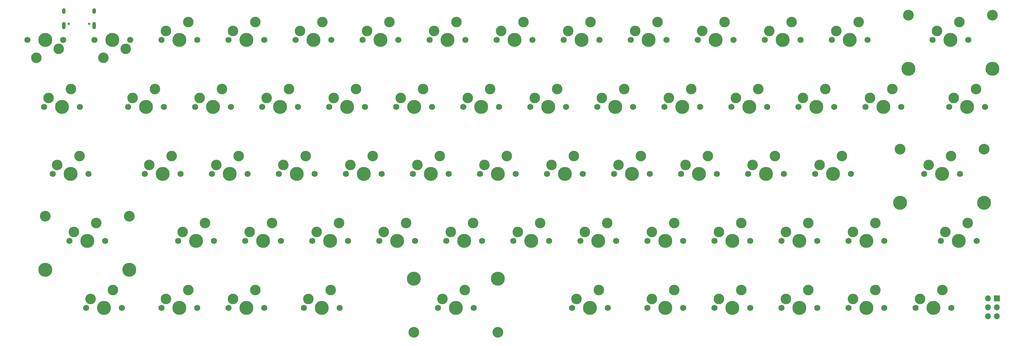
<source format=gbr>
G04 #@! TF.GenerationSoftware,KiCad,Pcbnew,(6.0.10)*
G04 #@! TF.CreationDate,2023-01-02T02:40:23+11:00*
G04 #@! TF.ProjectId,exp60,65787036-302e-46b6-9963-61645f706362,rev?*
G04 #@! TF.SameCoordinates,Original*
G04 #@! TF.FileFunction,Soldermask,Top*
G04 #@! TF.FilePolarity,Negative*
%FSLAX46Y46*%
G04 Gerber Fmt 4.6, Leading zero omitted, Abs format (unit mm)*
G04 Created by KiCad (PCBNEW (6.0.10)) date 2023-01-02 02:40:23*
%MOMM*%
%LPD*%
G01*
G04 APERTURE LIST*
%ADD10C,1.750000*%
%ADD11C,3.000000*%
%ADD12C,3.987800*%
%ADD13C,3.048000*%
%ADD14R,1.700000X1.700000*%
%ADD15O,1.700000X1.700000*%
%ADD16C,0.650000*%
%ADD17O,1.000000X2.100000*%
%ADD18O,1.000000X1.600000*%
G04 APERTURE END LIST*
D10*
X133160000Y-112205000D03*
D11*
X130620000Y-107125000D03*
D12*
X128080000Y-112205000D03*
D11*
X124270000Y-109665000D03*
D10*
X123000000Y-112205000D03*
D12*
X151892500Y-131255000D03*
D11*
X154432500Y-126175000D03*
D10*
X156972500Y-131255000D03*
X146812500Y-131255000D03*
D11*
X148082500Y-128715000D03*
D10*
X176022500Y-131255000D03*
D12*
X170942500Y-131255000D03*
D11*
X167132500Y-128715000D03*
D10*
X165862500Y-131255000D03*
D11*
X173482500Y-126175000D03*
D10*
X340328750Y-131255000D03*
D11*
X331438750Y-128715000D03*
D13*
X347186750Y-124270000D03*
D12*
X323310750Y-139510000D03*
D10*
X330168750Y-131255000D03*
D13*
X323310750Y-124270000D03*
D12*
X347186750Y-139510000D03*
X335248750Y-131255000D03*
D11*
X337788750Y-126175000D03*
D12*
X275717500Y-169355000D03*
D11*
X271907500Y-166815000D03*
D10*
X270637500Y-169355000D03*
D11*
X278257500Y-164275000D03*
D10*
X280797500Y-169355000D03*
D11*
X183007500Y-145225000D03*
D10*
X185547500Y-150305000D03*
X175387500Y-150305000D03*
D12*
X180467500Y-150305000D03*
D11*
X176657500Y-147765000D03*
D10*
X147447500Y-150305000D03*
D11*
X144907500Y-145225000D03*
D10*
X137287500Y-150305000D03*
D11*
X138557500Y-147765000D03*
D12*
X142367500Y-150305000D03*
D10*
X132525000Y-93155000D03*
X142685000Y-93155000D03*
D11*
X140145000Y-88075000D03*
X133795000Y-90615000D03*
D12*
X137605000Y-93155000D03*
D11*
X155226250Y-166815000D03*
D12*
X159036250Y-169355000D03*
D10*
X164116250Y-169355000D03*
D11*
X161576250Y-164275000D03*
D10*
X153956250Y-169355000D03*
D11*
X342551250Y-145225000D03*
D12*
X340011250Y-150305000D03*
D11*
X336201250Y-147765000D03*
D10*
X345091250Y-150305000D03*
X334931250Y-150305000D03*
X218250000Y-112205000D03*
D11*
X219520000Y-109665000D03*
D12*
X223330000Y-112205000D03*
D10*
X228410000Y-112205000D03*
D11*
X225870000Y-107125000D03*
D12*
X337630000Y-93155000D03*
D10*
X342710000Y-93155000D03*
D13*
X349568000Y-86170000D03*
X325692000Y-86170000D03*
D12*
X325692000Y-101410000D03*
D11*
X333820000Y-90615000D03*
D10*
X332550000Y-93155000D03*
D12*
X349568000Y-101410000D03*
D11*
X340170000Y-88075000D03*
D10*
X202216250Y-169355000D03*
D11*
X199676250Y-164275000D03*
D12*
X197136250Y-169355000D03*
D11*
X193326250Y-166815000D03*
D13*
X185198250Y-176340000D03*
D10*
X192056250Y-169355000D03*
D13*
X209074250Y-176340000D03*
D12*
X185198250Y-161100000D03*
X209074250Y-161100000D03*
D11*
X306832500Y-126175000D03*
D10*
X299212500Y-131255000D03*
D12*
X304292500Y-131255000D03*
D11*
X300482500Y-128715000D03*
D10*
X309372500Y-131255000D03*
D11*
X235395000Y-88075000D03*
D10*
X227775000Y-93155000D03*
X237935000Y-93155000D03*
D11*
X229045000Y-90615000D03*
D12*
X232855000Y-93155000D03*
X235236250Y-169355000D03*
D10*
X230156250Y-169355000D03*
X240316250Y-169355000D03*
D11*
X237776250Y-164275000D03*
X231426250Y-166815000D03*
X88551250Y-147765000D03*
D13*
X80423250Y-143320000D03*
D10*
X87281250Y-150305000D03*
D12*
X104299250Y-158560000D03*
X92361250Y-150305000D03*
D10*
X97441250Y-150305000D03*
D11*
X94901250Y-145225000D03*
D12*
X80423250Y-158560000D03*
D13*
X104299250Y-143320000D03*
D12*
X99505000Y-93155000D03*
D10*
X104585000Y-93155000D03*
D11*
X96965000Y-98235000D03*
X103315000Y-95695000D03*
D10*
X94425000Y-93155000D03*
D11*
X109982500Y-128715000D03*
D10*
X108712500Y-131255000D03*
D11*
X116332500Y-126175000D03*
D12*
X113792500Y-131255000D03*
D10*
X118872500Y-131255000D03*
D11*
X81407500Y-109665000D03*
D10*
X80137500Y-112205000D03*
X90297500Y-112205000D03*
D12*
X85217500Y-112205000D03*
D11*
X87757500Y-107125000D03*
D12*
X118555000Y-169355000D03*
D10*
X123635000Y-169355000D03*
X113475000Y-169355000D03*
D11*
X121095000Y-164275000D03*
X114745000Y-166815000D03*
X159195000Y-88075000D03*
X152845000Y-90615000D03*
D12*
X156655000Y-93155000D03*
D10*
X161735000Y-93155000D03*
X151575000Y-93155000D03*
D11*
X99663750Y-164275000D03*
D10*
X92043750Y-169355000D03*
D12*
X97123750Y-169355000D03*
D11*
X93313750Y-166815000D03*
D10*
X102203750Y-169355000D03*
X171260000Y-112205000D03*
D11*
X168720000Y-107125000D03*
D12*
X166180000Y-112205000D03*
D11*
X162370000Y-109665000D03*
D10*
X161100000Y-112205000D03*
D11*
X286195000Y-90615000D03*
D10*
X295085000Y-93155000D03*
X284925000Y-93155000D03*
D11*
X292545000Y-88075000D03*
D12*
X290005000Y-93155000D03*
D11*
X244920000Y-107125000D03*
D12*
X242380000Y-112205000D03*
D10*
X247460000Y-112205000D03*
D11*
X238570000Y-109665000D03*
D10*
X237300000Y-112205000D03*
X204597500Y-150305000D03*
D11*
X195707500Y-147765000D03*
D10*
X194437500Y-150305000D03*
D12*
X199517500Y-150305000D03*
D11*
X202057500Y-145225000D03*
X271907500Y-147765000D03*
X278257500Y-145225000D03*
D10*
X270637500Y-150305000D03*
X280797500Y-150305000D03*
D12*
X275717500Y-150305000D03*
D10*
X304610000Y-112205000D03*
D11*
X295720000Y-109665000D03*
D10*
X294450000Y-112205000D03*
D12*
X299530000Y-112205000D03*
D11*
X302070000Y-107125000D03*
D10*
X289687500Y-150305000D03*
D12*
X294767500Y-150305000D03*
D10*
X299847500Y-150305000D03*
D11*
X290957500Y-147765000D03*
X297307500Y-145225000D03*
X140145000Y-164275000D03*
D10*
X142685000Y-169355000D03*
X132525000Y-169355000D03*
D12*
X137605000Y-169355000D03*
D11*
X133795000Y-166815000D03*
X338582500Y-109665000D03*
D10*
X337312500Y-112205000D03*
D11*
X344932500Y-107125000D03*
D10*
X347472500Y-112205000D03*
D12*
X342392500Y-112205000D03*
D11*
X254445000Y-88075000D03*
D12*
X251905000Y-93155000D03*
D11*
X248095000Y-90615000D03*
D10*
X256985000Y-93155000D03*
X246825000Y-93155000D03*
D11*
X268732500Y-126175000D03*
X262382500Y-128715000D03*
D10*
X261112500Y-131255000D03*
X271272500Y-131255000D03*
D12*
X266192500Y-131255000D03*
D11*
X267145000Y-90615000D03*
D10*
X265875000Y-93155000D03*
D12*
X270955000Y-93155000D03*
D11*
X273495000Y-88075000D03*
D10*
X276035000Y-93155000D03*
D11*
X287782500Y-126175000D03*
D10*
X280162500Y-131255000D03*
D12*
X285242500Y-131255000D03*
D11*
X281432500Y-128715000D03*
D10*
X290322500Y-131255000D03*
D11*
X305245000Y-90615000D03*
D12*
X309055000Y-93155000D03*
D10*
X314135000Y-93155000D03*
D11*
X311595000Y-88075000D03*
D10*
X303975000Y-93155000D03*
D12*
X132842500Y-131255000D03*
D11*
X129032500Y-128715000D03*
D10*
X137922500Y-131255000D03*
D11*
X135382500Y-126175000D03*
D10*
X127762500Y-131255000D03*
X114110000Y-112205000D03*
D11*
X111570000Y-107125000D03*
X105220000Y-109665000D03*
D12*
X109030000Y-112205000D03*
D10*
X103950000Y-112205000D03*
D11*
X276670000Y-109665000D03*
D12*
X280480000Y-112205000D03*
D11*
X283020000Y-107125000D03*
D10*
X275400000Y-112205000D03*
X285560000Y-112205000D03*
D11*
X178245000Y-88075000D03*
D12*
X175705000Y-93155000D03*
D10*
X180785000Y-93155000D03*
D11*
X171895000Y-90615000D03*
D10*
X170625000Y-93155000D03*
D11*
X252857500Y-147765000D03*
X259207500Y-145225000D03*
D12*
X256667500Y-150305000D03*
D10*
X251587500Y-150305000D03*
X261747500Y-150305000D03*
D11*
X214757500Y-147765000D03*
D12*
X218567500Y-150305000D03*
D11*
X221107500Y-145225000D03*
D10*
X213487500Y-150305000D03*
X223647500Y-150305000D03*
X318897500Y-150305000D03*
D11*
X316357500Y-145225000D03*
D10*
X308737500Y-150305000D03*
D12*
X313817500Y-150305000D03*
D11*
X310007500Y-147765000D03*
D10*
X261747500Y-169355000D03*
D11*
X252857500Y-166815000D03*
D12*
X256667500Y-169355000D03*
D10*
X251587500Y-169355000D03*
D11*
X259207500Y-164275000D03*
D10*
X118237500Y-150305000D03*
X128397500Y-150305000D03*
D11*
X119507500Y-147765000D03*
X125857500Y-145225000D03*
D12*
X123317500Y-150305000D03*
D11*
X121095000Y-88075000D03*
D10*
X113475000Y-93155000D03*
D11*
X114745000Y-90615000D03*
D10*
X123635000Y-93155000D03*
D12*
X118555000Y-93155000D03*
D11*
X290957500Y-166815000D03*
D10*
X299847500Y-169355000D03*
D11*
X297307500Y-164275000D03*
D10*
X289687500Y-169355000D03*
D12*
X294767500Y-169355000D03*
D10*
X82518750Y-131255000D03*
D11*
X90138750Y-126175000D03*
X83788750Y-128715000D03*
D12*
X87598750Y-131255000D03*
D10*
X92678750Y-131255000D03*
X323660000Y-112205000D03*
D12*
X318580000Y-112205000D03*
D11*
X314770000Y-109665000D03*
D10*
X313500000Y-112205000D03*
D11*
X321120000Y-107125000D03*
D12*
X204280000Y-112205000D03*
D11*
X206820000Y-107125000D03*
D10*
X209360000Y-112205000D03*
X199200000Y-112205000D03*
D11*
X200470000Y-109665000D03*
D10*
X337947500Y-169355000D03*
X327787500Y-169355000D03*
D12*
X332867500Y-169355000D03*
D11*
X335407500Y-164275000D03*
X329057500Y-166815000D03*
D10*
X203962500Y-131255000D03*
D11*
X205232500Y-128715000D03*
D10*
X214122500Y-131255000D03*
D11*
X211582500Y-126175000D03*
D12*
X209042500Y-131255000D03*
D10*
X85535000Y-93155000D03*
D11*
X77915000Y-98235000D03*
X84265000Y-95695000D03*
D10*
X75375000Y-93155000D03*
D12*
X80455000Y-93155000D03*
D11*
X216345000Y-88075000D03*
D12*
X213805000Y-93155000D03*
D10*
X208725000Y-93155000D03*
X218885000Y-93155000D03*
D11*
X209995000Y-90615000D03*
D10*
X232537500Y-150305000D03*
D12*
X237617500Y-150305000D03*
D11*
X233807500Y-147765000D03*
X240157500Y-145225000D03*
D10*
X242697500Y-150305000D03*
X195072500Y-131255000D03*
D12*
X189992500Y-131255000D03*
D11*
X192532500Y-126175000D03*
D10*
X184912500Y-131255000D03*
D11*
X186182500Y-128715000D03*
X316357500Y-164275000D03*
D10*
X308737500Y-169355000D03*
D11*
X310007500Y-166815000D03*
D10*
X318897500Y-169355000D03*
D12*
X313817500Y-169355000D03*
D10*
X142050000Y-112205000D03*
D11*
X143320000Y-109665000D03*
D10*
X152210000Y-112205000D03*
D12*
X147130000Y-112205000D03*
D11*
X149670000Y-107125000D03*
X243332500Y-128715000D03*
D10*
X242062500Y-131255000D03*
D11*
X249682500Y-126175000D03*
D12*
X247142500Y-131255000D03*
D10*
X252222500Y-131255000D03*
X199835000Y-93155000D03*
D12*
X194755000Y-93155000D03*
D11*
X190945000Y-90615000D03*
X197295000Y-88075000D03*
D10*
X189675000Y-93155000D03*
X190310000Y-112205000D03*
D11*
X187770000Y-107125000D03*
D12*
X185230000Y-112205000D03*
D11*
X181420000Y-109665000D03*
D10*
X180150000Y-112205000D03*
D12*
X228092500Y-131255000D03*
D11*
X230632500Y-126175000D03*
D10*
X233172500Y-131255000D03*
D11*
X224282500Y-128715000D03*
D10*
X223012500Y-131255000D03*
X256350000Y-112205000D03*
X266510000Y-112205000D03*
D12*
X261430000Y-112205000D03*
D11*
X257620000Y-109665000D03*
X263970000Y-107125000D03*
X163957500Y-145225000D03*
D12*
X161417500Y-150305000D03*
D10*
X156337500Y-150305000D03*
X166497500Y-150305000D03*
D11*
X157607500Y-147765000D03*
D14*
X350837500Y-166687500D03*
D15*
X348297500Y-166687500D03*
X350837500Y-169227500D03*
X348297500Y-169227500D03*
X350837500Y-171767500D03*
X348297500Y-171767500D03*
D16*
X92870000Y-88603650D03*
X87090000Y-88603650D03*
D17*
X94300000Y-89133650D03*
X85660000Y-89133650D03*
D18*
X85660000Y-84953650D03*
X94300000Y-84953650D03*
M02*

</source>
